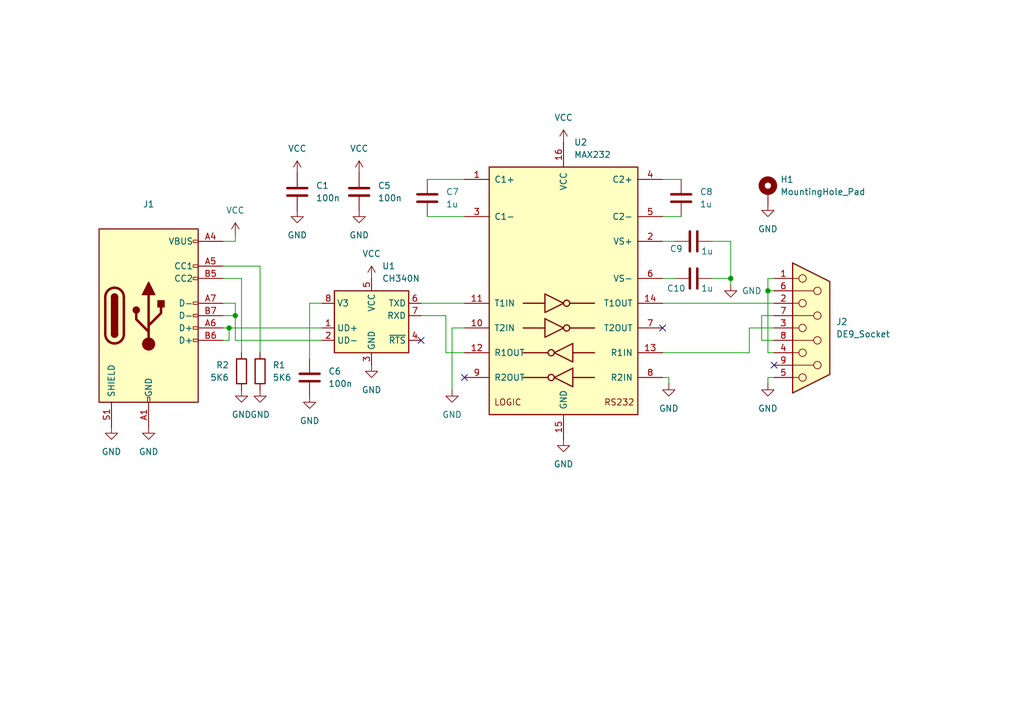
<source format=kicad_sch>
(kicad_sch (version 20250114) (generator "eeschema") (generator_version "9.0")
  (paper "A5")
  (title_block (title "RS232/UART") (date "2025-08-04") (rev "A") (company "A.K."))
  (lib_symbols
    (symbol "Connector:DE9_Socket" (pin_names (offset 1.016) (hide yes))
      (property "Reference" "J" (at 0 13.97 0))
      (property "Value" "DE9_Socket" (at 0 -14.605 0))
      (symbol "DE9_Socket_0_1"
        (polyline (pts (xy -3.81 13.335) (xy -3.81 -13.335) (xy 3.81 -9.525) (xy 3.81 9.525) (xy -3.81 13.335)) (stroke (width 0.254)) (fill (type background)))
        (polyline (pts (xy -3.81 10.16) (xy -2.54 10.16)))
        (polyline (pts (xy -3.81 7.62) (xy 0.508 7.62)))
        (polyline (pts (xy -3.81 5.08) (xy -2.54 5.08)))
        (polyline (pts (xy -3.81 2.54) (xy 0.508 2.54)))
        (polyline (pts (xy -3.81 0) (xy -2.54 0)))
        (polyline (pts (xy -3.81 -2.54) (xy 0.508 -2.54)))
        (polyline (pts (xy -3.81 -5.08) (xy -2.54 -5.08)))
        (polyline (pts (xy -3.81 -7.62) (xy 0.508 -7.62)))
        (polyline (pts (xy -3.81 -10.16) (xy -2.54 -10.16)))
        (circle (center -1.778 10.16) (radius 0.762))
        (circle (center -1.778 5.08) (radius 0.762))
        (circle (center -1.778 0) (radius 0.762))
        (circle (center -1.778 -5.08) (radius 0.762))
        (circle (center -1.778 -10.16) (radius 0.762))
        (circle (center 1.27 7.62) (radius 0.762))
        (circle (center 1.27 2.54) (radius 0.762))
        (circle (center 1.27 -2.54) (radius 0.762))
        (circle (center 1.27 -7.62) (radius 0.762))
      )
      (symbol "DE9_Socket_1_1"
        (pin passive line (at -7.62 10.16 0) (length 3.81) (name "1") (number "1"))
        (pin passive line (at -7.62 7.62 0) (length 3.81) (name "6") (number "6"))
        (pin passive line (at -7.62 5.08 0) (length 3.81) (name "2") (number "2"))
        (pin passive line (at -7.62 2.54 0) (length 3.81) (name "7") (number "7"))
        (pin passive line (at -7.62 0 0) (length 3.81) (name "3") (number "3"))
        (pin passive line (at -7.62 -2.54 0) (length 3.81) (name "8") (number "8"))
        (pin passive line (at -7.62 -5.08 0) (length 3.81) (name "4") (number "4"))
        (pin passive line (at -7.62 -7.62 0) (length 3.81) (name "9") (number "9"))
        (pin passive line (at -7.62 -10.16 0) (length 3.81) (name "5") (number "5"))
      )
    )
    (symbol "Connector:USB_C_Receptacle_USB2.0_14P" (pin_names (offset 1.016))
      (property "Reference" "J" (at 0 22.225 0))
      (property "Value" "USB_C_Receptacle_USB2.0_14P" (at 0 19.685 0))
      (symbol "USB_C_Receptacle_USB2.0_14P_0_0"
        (rectangle (start -0.254 -17.78) (end 0.254 -16.764))
        (rectangle (start 10.16 15.494) (end 9.144 14.986))
        (rectangle (start 10.16 10.414) (end 9.144 9.906))
        (rectangle (start 10.16 7.874) (end 9.144 7.366))
        (rectangle (start 10.16 2.794) (end 9.144 2.286))
        (rectangle (start 10.16 0.254) (end 9.144 -0.254))
        (rectangle (start 10.16 -2.286) (end 9.144 -2.794))
        (rectangle (start 10.16 -4.826) (end 9.144 -5.334))
      )
      (symbol "USB_C_Receptacle_USB2.0_14P_0_1"
        (rectangle (start -10.16 17.78) (end 10.16 -17.78) (stroke (width 0.254)) (fill (type background)))
        (polyline (pts (xy -8.89 -3.81) (xy -8.89 3.81)) (stroke (width 0.508)))
        (rectangle (start -7.62 -3.81) (end -6.35 3.81) (stroke (width 0.254)) (fill (type outline)))
        (arc (start -7.62 3.81) (mid -6.985 4.4423) (end -6.35 3.81) (stroke (width 0.254)))
        (arc (start -7.62 3.81) (mid -6.985 4.4423) (end -6.35 3.81) (stroke (width 0.254)) (fill (type outline)))
        (arc (start -8.89 3.81) (mid -6.985 5.7067) (end -5.08 3.81) (stroke (width 0.508)))
        (arc (start -5.08 -3.81) (mid -6.985 -5.7067) (end -8.89 -3.81) (stroke (width 0.508)))
        (arc (start -6.35 -3.81) (mid -6.985 -4.4423) (end -7.62 -3.81) (stroke (width 0.254)))
        (arc (start -6.35 -3.81) (mid -6.985 -4.4423) (end -7.62 -3.81) (stroke (width 0.254)) (fill (type outline)))
        (polyline (pts (xy -5.08 3.81) (xy -5.08 -3.81)) (stroke (width 0.508)))
        (circle (center -2.54 1.143) (radius 0.635) (stroke (width 0.254)) (fill (type outline)))
        (polyline (pts (xy -1.27 4.318) (xy 0 6.858) (xy 1.27 4.318) (xy -1.27 4.318)) (stroke (width 0.254)) (fill (type outline)))
        (polyline (pts (xy 0 -2.032) (xy 2.54 0.508) (xy 2.54 1.778)) (stroke (width 0.508)))
        (polyline (pts (xy 0 -3.302) (xy -2.54 -0.762) (xy -2.54 0.508)) (stroke (width 0.508)))
        (polyline (pts (xy 0 -5.842) (xy 0 4.318)) (stroke (width 0.508)))
        (circle (center 0 -5.842) (radius 1.27) (fill (type outline)))
        (rectangle (start 1.905 1.778) (end 3.175 3.048) (stroke (width 0.254)) (fill (type outline)))
      )
      (symbol "USB_C_Receptacle_USB2.0_14P_1_1"
        (pin passive line (at -7.62 -22.86 90) (length 5.08) (name "SHIELD") (number "S1"))
        (pin passive line (at 0 -22.86 90) (length 5.08) (name "GND") (number "A1"))
        (pin passive line (at 0 -22.86 90) (length 5.08) (hide yes) (name "GND") (number "A12"))
        (pin passive line (at 0 -22.86 90) (length 5.08) (hide yes) (name "GND") (number "B1"))
        (pin passive line (at 0 -22.86 90) (length 5.08) (hide yes) (name "GND") (number "B12"))
        (pin passive line (at 15.24 15.24 180) (length 5.08) (name "VBUS") (number "A4"))
        (pin passive line (at 15.24 15.24 180) (length 5.08) (hide yes) (name "VBUS") (number "A9"))
        (pin passive line (at 15.24 15.24 180) (length 5.08) (hide yes) (name "VBUS") (number "B4"))
        (pin passive line (at 15.24 15.24 180) (length 5.08) (hide yes) (name "VBUS") (number "B9"))
        (pin bidirectional line (at 15.24 10.16 180) (length 5.08) (name "CC1") (number "A5"))
        (pin bidirectional line (at 15.24 7.62 180) (length 5.08) (name "CC2") (number "B5"))
        (pin bidirectional line (at 15.24 2.54 180) (length 5.08) (name "D-") (number "A7"))
        (pin bidirectional line (at 15.24 0 180) (length 5.08) (name "D-") (number "B7"))
        (pin bidirectional line (at 15.24 -2.54 180) (length 5.08) (name "D+") (number "A6"))
        (pin bidirectional line (at 15.24 -5.08 180) (length 5.08) (name "D+") (number "B6"))
      )
    )
    (symbol "Device:C" (pin_numbers (hide yes)) (pin_names (offset 0.254))
      (property "Reference" "C" (at 0.635 2.54 0))
      (property "Value" "C" (at 0.635 -2.54 0))
      (symbol "C_0_1"
        (polyline (pts (xy -2.032 0.762) (xy 2.032 0.762)) (stroke (width 0.508)))
        (polyline (pts (xy -2.032 -0.762) (xy 2.032 -0.762)) (stroke (width 0.508)))
      )
      (symbol "C_1_1"
        (pin passive line (at 0 3.81 270) (length 2.794) (name "~") (number "1"))
        (pin passive line (at 0 -3.81 90) (length 2.794) (name "~") (number "2"))
      )
    )
    (symbol "Device:R" (pin_numbers (hide yes)) (pin_names (offset 0))
      (property "Reference" "R" (at 2.032 0 90))
      (property "Value" "R" (at 0 0 90))
      (symbol "R_0_1"
        (rectangle (start -1.016 -2.54) (end 1.016 2.54) (stroke (width 0.254)))
      )
      (symbol "R_1_1"
        (pin passive line (at 0 3.81 270) (length 1.27) (name "~") (number "1"))
        (pin passive line (at 0 -3.81 90) (length 1.27) (name "~") (number "2"))
      )
    )
    (symbol "Interface_UART:MAX232" (pin_names (offset 1.016))
      (property "Reference" "U" (at -2.54 28.575 0))
      (property "Value" "MAX232" (at -2.54 26.67 0))
      (symbol "MAX232_0_0"
        (text "LOGIC" (at -11.43 -22.86 0) (effects (font (size 1.27 1.27))))
        (text "RS232" (at 11.43 -22.86 0) (effects (font (size 1.27 1.27))))
      )
      (symbol "MAX232_0_1"
        (rectangle (start -15.24 -25.4) (end 15.24 25.4) (stroke (width 0.254)) (fill (type background)))
        (polyline (pts (xy -3.81 -0.635) (xy -3.81 -4.445) (xy 0 -2.54) (xy -3.81 -0.635)) (stroke (width 0.254)))
        (polyline (pts (xy -3.81 -2.54) (xy -8.255 -2.54)) (stroke (width 0.254)))
        (polyline (pts (xy -3.81 -5.715) (xy -3.81 -9.525) (xy 0 -7.62) (xy -3.81 -5.715)) (stroke (width 0.254)))
        (polyline (pts (xy -3.81 -7.62) (xy -8.255 -7.62)) (stroke (width 0.254)))
        (polyline (pts (xy -3.175 -12.7) (xy -8.255 -12.7)) (stroke (width 0.254)))
        (polyline (pts (xy -3.175 -17.78) (xy -8.255 -17.78)) (stroke (width 0.254)))
        (circle (center -2.54 -12.7) (radius 0.635) (stroke (width 0.254)))
        (circle (center -2.54 -17.78) (radius 0.635) (stroke (width 0.254)))
        (circle (center 0.635 -2.54) (radius 0.635) (stroke (width 0.254)))
        (circle (center 0.635 -7.62) (radius 0.635) (stroke (width 0.254)))
        (polyline (pts (xy 1.27 -2.54) (xy 6.35 -2.54)) (stroke (width 0.254)))
        (polyline (pts (xy 1.27 -7.62) (xy 6.35 -7.62)) (stroke (width 0.254)))
        (polyline (pts (xy 1.905 -10.795) (xy 1.905 -14.605) (xy -1.905 -12.7) (xy 1.905 -10.795)) (stroke (width 0.254)))
        (polyline (pts (xy 1.905 -12.7) (xy 6.35 -12.7)) (stroke (width 0.254)))
        (polyline (pts (xy 1.905 -15.875) (xy 1.905 -19.685) (xy -1.905 -17.78) (xy 1.905 -15.875)) (stroke (width 0.254)))
        (polyline (pts (xy 1.905 -17.78) (xy 6.35 -17.78)) (stroke (width 0.254)))
      )
      (symbol "MAX232_1_1"
        (pin passive line (at -20.32 22.86 0) (length 5.08) (name "C1+") (number "1"))
        (pin passive line (at -20.32 15.24 0) (length 5.08) (name "C1-") (number "3"))
        (pin input line (at -20.32 -2.54 0) (length 5.08) (name "T1IN") (number "11"))
        (pin input line (at -20.32 -7.62 0) (length 5.08) (name "T2IN") (number "10"))
        (pin output line (at -20.32 -12.7 0) (length 5.08) (name "R1OUT") (number "12"))
        (pin output line (at -20.32 -17.78 0) (length 5.08) (name "R2OUT") (number "9"))
        (pin power_in line (at 0 30.48 270) (length 5.08) (name "VCC") (number "16"))
        (pin power_in line (at 0 -30.48 90) (length 5.08) (name "GND") (number "15"))
        (pin passive line (at 20.32 22.86 180) (length 5.08) (name "C2+") (number "4"))
        (pin passive line (at 20.32 15.24 180) (length 5.08) (name "C2-") (number "5"))
        (pin power_out line (at 20.32 10.16 180) (length 5.08) (name "VS+") (number "2"))
        (pin power_out line (at 20.32 2.54 180) (length 5.08) (name "VS-") (number "6"))
        (pin output line (at 20.32 -2.54 180) (length 5.08) (name "T1OUT") (number "14"))
        (pin output line (at 20.32 -7.62 180) (length 5.08) (name "T2OUT") (number "7"))
        (pin input line (at 20.32 -12.7 180) (length 5.08) (name "R1IN") (number "13"))
        (pin input line (at 20.32 -17.78 180) (length 5.08) (name "R2IN") (number "8"))
      )
    )
    (symbol "Interface_USB:CH340N"
      (property "Reference" "U" (at -7.62 6.35 0))
      (property "Value" "CH340N" (at 7.62 6.35 0))
      (symbol "CH340N_0_1"
        (rectangle (start -7.62 5.08) (end 7.62 -7.62) (stroke (width 0.254)) (fill (type background)))
      )
      (symbol "CH340N_1_1"
        (pin passive line (at -10.16 2.54 0) (length 2.54) (name "V3") (number "8"))
        (pin bidirectional line (at -10.16 -2.54 0) (length 2.54) (name "UD+") (number "1"))
        (pin bidirectional line (at -10.16 -5.08 0) (length 2.54) (name "UD-") (number "2"))
        (pin power_in line (at 0 7.62 270) (length 2.54) (name "VCC") (number "5"))
        (pin power_in line (at 0 -10.16 90) (length 2.54) (name "GND") (number "3"))
        (pin output line (at 10.16 2.54 180) (length 2.54) (name "TXD") (number "6"))
        (pin input line (at 10.16 0 180) (length 2.54) (name "RXD") (number "7"))
        (pin output line (at 10.16 -5.08 180) (length 2.54) (name "~{RTS}") (number "4"))
      )
    )
    (symbol "Mechanical:MountingHole_Pad" (pin_numbers (hide yes)) (pin_names (offset 1.016) (hide yes)) (in_bom no)
      (property "Reference" "H" (at 0 6.35 0))
      (property "Value" "MountingHole_Pad" (at 0 4.445 0))
      (symbol "MountingHole_Pad_0_1"
        (circle (center 0 1.27) (radius 1.27) (stroke (width 1.27)))
      )
      (symbol "MountingHole_Pad_1_1"
        (pin input line (at 0 -2.54 90) (length 2.54) (name "1") (number "1"))
      )
    )
    (symbol "power:GND" (power) (pin_numbers (hide yes)) (pin_names (offset 0) (hide yes))
      (property "Value" "GND" (at 0 -3.81 0))
      (symbol "GND_0_1"
        (polyline (pts (xy 0 0) (xy 0 -1.27) (xy 1.27 -1.27) (xy 0 -2.54) (xy -1.27 -1.27) (xy 0 -1.27)))
      )
      (symbol "GND_1_1"
        (pin power_in line (at 0 0 270) (length 0) (name "~") (number "1"))
      )
    )
    (symbol "power:VCC" (power) (pin_numbers (hide yes)) (pin_names (offset 0) (hide yes))
      (property "Value" "VCC" (at 0 3.556 0))
      (symbol "VCC_0_1"
        (polyline (pts (xy -0.762 1.27) (xy 0 2.54)))
        (polyline (pts (xy 0 2.54) (xy 0.762 1.27)))
        (polyline (pts (xy 0 0) (xy 0 2.54)))
      )
      (symbol "VCC_1_1"
        (pin power_in line (at 0 0 90) (length 0) (name "~") (number "1"))
      )
    )
  )
  (junction (at 149.86 57.15))
  (junction (at 48.26 64.77))
  (junction (at 46.99 67.31))
  (junction (at 157.48 59.69))
  (no_connect (at 158.75 74.93))
  (no_connect (at 95.25 77.47))
  (no_connect (at 135.89 67.31))
  (no_connect (at 86.36 69.85))
  (wire (pts (xy 48.26 62.23) (xy 48.26 64.77)))
  (wire (pts (xy 49.53 57.15) (xy 45.72 57.15)))
  (wire (pts (xy 45.72 62.23) (xy 48.26 62.23)))
  (wire (pts (xy 92.71 67.31) (xy 95.25 67.31)))
  (wire (pts (xy 135.89 77.47) (xy 137.16 77.47)))
  (wire (pts (xy 157.48 59.69) (xy 158.75 59.69)))
  (wire (pts (xy 63.5 62.23) (xy 66.04 62.23)))
  (wire (pts (xy 146.05 57.15) (xy 149.86 57.15)))
  (wire (pts (xy 153.67 72.39) (xy 153.67 67.31)))
  (wire (pts (xy 45.72 64.77) (xy 48.26 64.77)))
  (wire (pts (xy 158.75 64.77) (xy 156.21 64.77)))
  (wire (pts (xy 157.48 72.39) (xy 157.48 59.69)))
  (wire (pts (xy 46.99 67.31) (xy 66.04 67.31)))
  (wire (pts (xy 137.16 77.47) (xy 137.16 78.74)))
  (wire (pts (xy 153.67 67.31) (xy 158.75 67.31)))
  (wire (pts (xy 45.72 54.61) (xy 53.34 54.61)))
  (wire (pts (xy 48.26 69.85) (xy 66.04 69.85)))
  (wire (pts (xy 49.53 72.39) (xy 49.53 57.15)))
  (wire (pts (xy 158.75 57.15) (xy 157.48 57.15)))
  (wire (pts (xy 45.72 49.53) (xy 48.26 49.53)))
  (wire (pts (xy 157.48 57.15) (xy 157.48 59.69)))
  (wire (pts (xy 157.48 77.47) (xy 157.48 78.74)))
  (wire (pts (xy 87.63 44.45) (xy 95.25 44.45)))
  (wire (pts (xy 45.72 69.85) (xy 46.99 69.85)))
  (wire (pts (xy 86.36 62.23) (xy 95.25 62.23)))
  (wire (pts (xy 156.21 69.85) (xy 158.75 69.85)))
  (wire (pts (xy 46.99 69.85) (xy 46.99 67.31)))
  (wire (pts (xy 45.72 67.31) (xy 46.99 67.31)))
  (wire (pts (xy 149.86 57.15) (xy 149.86 58.42)))
  (wire (pts (xy 53.34 54.61) (xy 53.34 72.39)))
  (wire (pts (xy 158.75 72.39) (xy 157.48 72.39)))
  (wire (pts (xy 91.44 64.77) (xy 86.36 64.77)))
  (wire (pts (xy 158.75 77.47) (xy 157.48 77.47)))
  (wire (pts (xy 48.26 64.77) (xy 48.26 69.85)))
  (wire (pts (xy 156.21 64.77) (xy 156.21 69.85)))
  (wire (pts (xy 135.89 57.15) (xy 138.43 57.15)))
  (wire (pts (xy 135.89 72.39) (xy 153.67 72.39)))
  (wire (pts (xy 135.89 62.23) (xy 158.75 62.23)))
  (wire (pts (xy 135.89 36.83) (xy 139.7 36.83)))
  (wire (pts (xy 48.26 49.53) (xy 48.26 48.26)))
  (wire (pts (xy 135.89 44.45) (xy 139.7 44.45)))
  (wire (pts (xy 91.44 72.39) (xy 91.44 64.77)))
  (wire (pts (xy 95.25 72.39) (xy 91.44 72.39)))
  (wire (pts (xy 146.05 49.53) (xy 149.86 49.53)))
  (wire (pts (xy 92.71 67.31) (xy 92.71 80.01)))
  (wire (pts (xy 135.89 49.53) (xy 138.43 49.53)))
  (wire (pts (xy 149.86 49.53) (xy 149.86 57.15)))
  (wire (pts (xy 87.63 36.83) (xy 95.25 36.83)))
  (wire (pts (xy 63.5 73.66) (xy 63.5 62.23)))
  (symbol (lib_id "power:GND") (at 157.48 78.74 0) (unit 1)
    (property "Reference" "#PWR03" (effects (hide yes)))
    (property "Value" "GND" (at 157.48 83.82 0))
    (property "Description" "Power symbol creates a global label with name \"GND\" , ground" (effects (hide yes)))
  )
  (symbol (lib_id "Device:R") (at 49.53 76.2 0) (unit 1)
    (property "Reference" "R2" (at 46.99 74.9299 0) (effects (justify right)))
    (property "Value" "5K6" (at 46.99 77.4699 0) (effects (justify right)))
    (property "Footprint" "Resistor_SMD:R_0805_2012Metric" (effects (hide yes)))
    (property "Description" "Resistor" (effects (hide yes)))
  )
  (symbol (lib_id "Mechanical:MountingHole_Pad") (at 157.48 39.37 0) (unit 1) (in_bom no)
    (property "Reference" "H1" (at 160.02 36.8299 0) (effects (justify left)))
    (property "Value" "MountingHole_Pad" (at 160.02 39.3699 0) (effects (justify left)))
    (property "Footprint" "MountingHole:MountingHole_3.2mm_M3_Pad_Via" (effects (hide yes)))
    (property "Description" "Mounting Hole with connection" (effects (hide yes)))
  )
  (symbol (lib_id "Device:C") (at 87.63 40.64 0) (unit 1)
    (property "Reference" "C7" (at 91.44 39.3699 0) (effects (justify left)))
    (property "Value" "1u" (at 91.44 41.9099 0) (effects (justify left)))
    (property "Footprint" "Capacitor_SMD:C_0805_2012Metric" (effects (hide yes)))
    (property "Description" "Unpolarized capacitor" (effects (hide yes)))
  )
  (symbol (lib_id "power:GND") (at 115.57 90.17 0) (unit 1)
    (property "Reference" "#PWR02" (effects (hide yes)))
    (property "Value" "GND" (at 115.57 95.25 0))
    (property "Description" "Power symbol creates a global label with name \"GND\" , ground" (effects (hide yes)))
  )
  (symbol (lib_id "power:GND") (at 92.71 80.01 0) (unit 1)
    (property "Reference" "#PWR05" (effects (hide yes)))
    (property "Value" "GND" (at 92.71 85.09 0))
    (property "Description" "Power symbol creates a global label with name \"GND\" , ground" (effects (hide yes)))
  )
  (symbol (lib_id "power:GND") (at 30.48 87.63 0) (unit 1)
    (property "Reference" "#PWR013" (effects (hide yes)))
    (property "Value" "GND" (at 30.48 92.71 0))
    (property "Description" "Power symbol creates a global label with name \"GND\" , ground" (effects (hide yes)))
  )
  (symbol (lib_id "Device:C") (at 73.66 39.37 0) (unit 1)
    (property "Reference" "C5" (at 77.47 38.0999 0) (effects (justify left)))
    (property "Value" "100n" (at 77.47 40.6399 0) (effects (justify left)))
    (property "Footprint" "Capacitor_SMD:C_0805_2012Metric" (effects (hide yes)))
    (property "Description" "Unpolarized capacitor" (effects (hide yes)))
  )
  (symbol (lib_id "power:GND") (at 73.66 43.18 0) (unit 1)
    (property "Reference" "#PWR010" (effects (hide yes)))
    (property "Value" "GND" (at 73.66 48.26 0))
    (property "Description" "Power symbol creates a global label with name \"GND\" , ground" (effects (hide yes)))
  )
  (symbol (lib_id "Device:R") (at 53.34 76.2 0) (unit 1)
    (property "Reference" "R1" (at 55.88 74.9299 0) (effects (justify left)))
    (property "Value" "5K6" (at 55.88 77.4699 0) (effects (justify left)))
    (property "Footprint" "Resistor_SMD:R_0805_2012Metric" (effects (hide yes)))
    (property "Description" "Resistor" (effects (hide yes)))
  )
  (symbol (lib_id "Device:C") (at 63.5 77.47 0) (unit 1)
    (property "Reference" "C6" (at 67.31 76.1999 0) (effects (justify left)))
    (property "Value" "100n" (at 67.31 78.7399 0) (effects (justify left)))
    (property "Footprint" "Capacitor_SMD:C_0805_2012Metric" (effects (hide yes)))
    (property "Description" "Unpolarized capacitor" (effects (hide yes)))
  )
  (symbol (lib_id "Interface_UART:MAX232") (at 115.57 59.69 0) (unit 1)
    (property "Reference" "U2" (at 117.7133 29.21 0) (effects (justify left)))
    (property "Value" "MAX232" (at 117.7133 31.75 0) (effects (justify left)))
    (property "Footprint" "Package_SO:SOIC-16_3.9x9.9mm_P1.27mm" (effects (hide yes)))
    (property "Datasheet" "http://www.ti.com/lit/ds/symlink/max232.pdf" (effects (hide yes)))
    (property "Description" "Dual RS232 driver/receiver, 5V supply, 120kb/s, 0C-70C" (effects (hide yes)))
  )
  (symbol (lib_id "power:GND") (at 53.34 80.01 0) (unit 1)
    (property "Reference" "#PWR017" (effects (hide yes)))
    (property "Value" "GND" (at 53.34 85.09 0))
    (property "Description" "Power symbol creates a global label with name \"GND\" , ground" (effects (hide yes)))
  )
  (symbol (lib_id "power:VCC") (at 60.96 35.56 0) (unit 1)
    (property "Reference" "#PWR07" (effects (hide yes)))
    (property "Value" "VCC" (at 60.96 30.48 0))
    (property "Description" "Power symbol creates a global label with name \"VCC\"" (effects (hide yes)))
  )
  (symbol (lib_id "Device:C") (at 60.96 39.37 0) (unit 1)
    (property "Reference" "C1" (at 64.77 38.0999 0) (effects (justify left)))
    (property "Value" "100n" (at 64.77 40.6399 0) (effects (justify left)))
    (property "Footprint" "Capacitor_SMD:C_0805_2012Metric" (effects (hide yes)))
    (property "Description" "Unpolarized capacitor" (effects (hide yes)))
  )
  (symbol (lib_id "Device:C") (at 142.24 49.53 270) (unit 1)
    (property "Reference" "C9" (at 138.684 51.054 90))
    (property "Value" "1u" (at 145.034 51.562 90))
    (property "Footprint" "Capacitor_SMD:C_0805_2012Metric" (effects (hide yes)))
    (property "Description" "Unpolarized capacitor" (effects (hide yes)))
  )
  (symbol (lib_id "Device:C") (at 142.24 57.15 270) (unit 1)
    (property "Reference" "C10" (at 138.684 59.182 90))
    (property "Value" "1u" (at 145.034 59.182 90))
    (property "Footprint" "Capacitor_SMD:C_0805_2012Metric" (effects (hide yes)))
    (property "Description" "Unpolarized capacitor" (effects (hide yes)))
  )
  (symbol (lib_id "Interface_USB:CH340N") (at 76.2 64.77 0) (unit 1)
    (property "Reference" "U1" (at 78.3433 54.61 0) (effects (justify left)))
    (property "Value" "CH340N" (at 78.3433 57.15 0) (effects (justify left)))
    (property "Footprint" "Package_SO:SOP-8_3.9x4.9mm_P1.27mm" (effects (hide yes)))
    (property "Datasheet" "https://aitendo3.sakura.ne.jp/aitendo_data/product_img/ic/inteface/CH340N/ch340n.pdf" (effects (hide yes)))
    (property "Description" "USB serial converter, 2Mbps, UART, SOP-8" (effects (hide yes)))
  )
  (symbol (lib_id "power:GND") (at 63.5 81.28 0) (unit 1)
    (property "Reference" "#PWR012" (effects (hide yes)))
    (property "Value" "GND" (at 63.5 86.36 0))
    (property "Description" "Power symbol creates a global label with name \"GND\" , ground" (effects (hide yes)))
  )
  (symbol (lib_id "power:VCC") (at 115.57 29.21 0) (unit 1)
    (property "Reference" "#PWR01" (effects (hide yes)))
    (property "Value" "VCC" (at 115.57 24.13 0))
    (property "Description" "Power symbol creates a global label with name \"VCC\"" (effects (hide yes)))
  )
  (symbol (lib_id "power:VCC") (at 76.2 57.15 0) (unit 1)
    (property "Reference" "#PWR06" (effects (hide yes)))
    (property "Value" "VCC" (at 76.2 52.07 0))
    (property "Description" "Power symbol creates a global label with name \"VCC\"" (effects (hide yes)))
  )
  (symbol (lib_id "power:GND") (at 49.53 80.01 0) (unit 1)
    (property "Reference" "#PWR016" (effects (hide yes)))
    (property "Value" "GND" (at 49.53 85.09 0))
    (property "Description" "Power symbol creates a global label with name \"GND\" , ground" (effects (hide yes)))
  )
  (symbol (lib_id "power:GND") (at 60.96 43.18 0) (unit 1)
    (property "Reference" "#PWR08" (effects (hide yes)))
    (property "Value" "GND" (at 60.96 48.26 0))
    (property "Description" "Power symbol creates a global label with name \"GND\" , ground" (effects (hide yes)))
  )
  (symbol (lib_id "power:GND") (at 22.86 87.63 0) (unit 1)
    (property "Reference" "#PWR014" (effects (hide yes)))
    (property "Value" "GND" (at 22.86 92.71 0))
    (property "Description" "Power symbol creates a global label with name \"GND\" , ground" (effects (hide yes)))
  )
  (symbol (lib_id "Connector:DE9_Socket") (at 166.37 67.31 0) (unit 1)
    (property "Reference" "J2" (at 171.45 66.0399 0) (effects (justify left)))
    (property "Value" "DE9_Socket" (at 171.45 68.5799 0) (effects (justify left)))
    (property "Footprint" "Connector_Dsub:DSUB-9_Socket_EdgeMount_P2.77mm" (effects (hide yes)))
    (property "Description" "9-pin D-SUB connector, socket (female)" (effects (hide yes)))
  )
  (symbol (lib_id "power:GND") (at 76.2 74.93 0) (unit 1)
    (property "Reference" "#PWR011" (effects (hide yes)))
    (property "Value" "GND" (at 76.2 80.01 0))
    (property "Description" "Power symbol creates a global label with name \"GND\" , ground" (effects (hide yes)))
  )
  (symbol (lib_id "power:GND") (at 137.16 78.74 0) (unit 1)
    (property "Reference" "#PWR04" (effects (hide yes)))
    (property "Value" "GND" (at 137.16 83.82 0))
    (property "Description" "Power symbol creates a global label with name \"GND\" , ground" (effects (hide yes)))
  )
  (symbol (lib_id "Device:C") (at 139.7 40.64 180) (unit 1)
    (property "Reference" "C8" (at 143.51 39.3699 0) (effects (justify right)))
    (property "Value" "1u" (at 143.51 41.9099 0) (effects (justify right)))
    (property "Footprint" "Capacitor_SMD:C_0805_2012Metric" (effects (hide yes)))
    (property "Description" "Unpolarized capacitor" (effects (hide yes)))
  )
  (symbol (lib_id "power:VCC") (at 48.26 48.26 0) (unit 1)
    (property "Reference" "#PWR015" (effects (hide yes)))
    (property "Value" "VCC" (at 48.26 43.18 0))
    (property "Description" "Power symbol creates a global label with name \"VCC\"" (effects (hide yes)))
  )
  (symbol (lib_id "power:VCC") (at 73.66 35.56 0) (unit 1)
    (property "Reference" "#PWR09" (effects (hide yes)))
    (property "Value" "VCC" (at 73.66 30.48 0))
    (property "Description" "Power symbol creates a global label with name \"VCC\"" (effects (hide yes)))
  )
  (symbol (lib_id "power:GND") (at 157.48 41.91 0) (unit 1)
    (property "Reference" "#PWR018" (effects (hide yes)))
    (property "Value" "GND" (at 157.48 46.99 0))
    (property "Description" "Power symbol creates a global label with name \"GND\" , ground" (effects (hide yes)))
  )
  (symbol (lib_id "power:GND") (at 149.86 58.42 0) (unit 1)
    (property "Reference" "#PWR021" (effects (hide yes)))
    (property "Value" "GND" (at 154.178 59.69 0))
    (property "Description" "Power symbol creates a global label with name \"GND\" , ground" (effects (hide yes)))
  )
  (symbol (lib_id "Connector:USB_C_Receptacle_USB2.0_14P") (at 30.48 64.77 0) (unit 1)
    (property "Reference" "J1" (at 30.48 41.91 0))
    (property "Value" "USB_C_Receptacle_USB2.0_14P" (effects (hide yes)))
    (property "Footprint" "Connector_USB:USB_C_Receptacle_GCT_USB4105-xx-A_16P_TopMnt_Horizontal" (effects (hide yes)))
    (property "Datasheet" "https://www.usb.org/sites/default/files/documents/usb_type-c.zip" (effects (hide yes)))
    (property "Description" "USB 2.0-only 14P Type-C Receptacle connector" (effects (hide yes)))
  )
)
</source>
